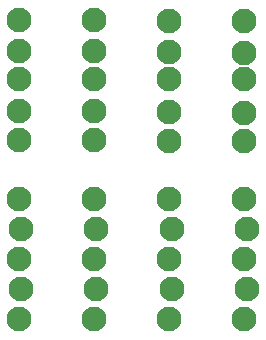
<source format=gts>
G04 #@! TF.FileFunction,Soldermask,Top*
%FSLAX46Y46*%
G04 Gerber Fmt 4.6, Leading zero omitted, Abs format (unit mm)*
G04 Created by KiCad (PCBNEW 4.0.6) date Fri Jun 16 13:15:56 2017*
%MOMM*%
%LPD*%
G01*
G04 APERTURE LIST*
%ADD10C,0.100000*%
%ADD11C,2.100000*%
G04 APERTURE END LIST*
D10*
D11*
X41275000Y-31826200D03*
X41275000Y-34442400D03*
X41275000Y-36830000D03*
X41275000Y-39522400D03*
X41275000Y-41986200D03*
X47625000Y-31826200D03*
X47625000Y-34442400D03*
X47625000Y-36830000D03*
X47625000Y-39522400D03*
X47625000Y-41986200D03*
X53975000Y-31877000D03*
X53975000Y-34544000D03*
X53975000Y-36830000D03*
X53975000Y-39624000D03*
X53975000Y-42037000D03*
X60325000Y-31902400D03*
X60325000Y-34594800D03*
X60325000Y-36830000D03*
X60325000Y-39674800D03*
X60325000Y-42062400D03*
X41275000Y-46990000D03*
X41427400Y-49530000D03*
X41275000Y-52070000D03*
X41427400Y-54610000D03*
X41275000Y-57150000D03*
X47625000Y-46990000D03*
X47828200Y-49530000D03*
X47625000Y-52070000D03*
X47828200Y-54610000D03*
X47625000Y-57150000D03*
X53975000Y-46990000D03*
X54229000Y-49530000D03*
X53975000Y-52070000D03*
X54229000Y-54610000D03*
X53975000Y-57150000D03*
X60325000Y-46990000D03*
X60629800Y-49530000D03*
X60325000Y-52070000D03*
X60629800Y-54610000D03*
X60325000Y-57150000D03*
M02*

</source>
